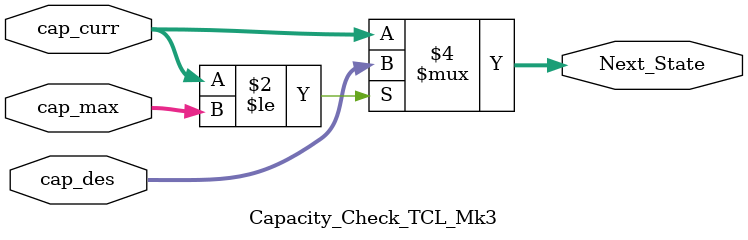
<source format=v>
module Capacity_Check_TCL_Mk3(cap_max, cap_curr, cap_des, Next_State);

	input [3:0]cap_max, cap_curr, cap_des;
	output [3:0]Next_State;
	
	reg [3:0]Next_State;
	
	always @(cap_max or cap_curr or cap_des)
	begin
	
		if (cap_curr <= cap_max) 
			begin
			
				Next_State = cap_des;
		
			end
		else
			begin
				
				Next_State = cap_curr;
			end
	end
endmodule
</source>
